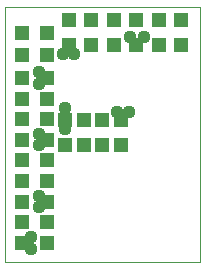
<source format=gts>
G75*
%MOIN*%
%OFA0B0*%
%FSLAX24Y24*%
%IPPOS*%
%LPD*%
%AMOC8*
5,1,8,0,0,1.08239X$1,22.5*
%
%ADD10C,0.0000*%
%ADD11R,0.0512X0.0512*%
%ADD12C,0.0437*%
D10*
X002392Y002517D02*
X002392Y011017D01*
X008892Y011017D01*
X008892Y002517D01*
X002392Y002517D01*
D11*
X002978Y003142D03*
X002978Y003829D03*
X002978Y004517D03*
X002978Y005204D03*
X002978Y005892D03*
X002978Y006579D03*
X002978Y007267D03*
X002978Y007954D03*
X002978Y008642D03*
X002978Y009392D03*
X002978Y010142D03*
X003805Y010142D03*
X003805Y009392D03*
X003805Y008642D03*
X003805Y007954D03*
X003805Y007267D03*
X004392Y007243D03*
X005017Y007243D03*
X005642Y007243D03*
X006267Y007243D03*
X006267Y006416D03*
X005642Y006416D03*
X005017Y006416D03*
X004392Y006416D03*
X003805Y006579D03*
X003805Y005892D03*
X003805Y005204D03*
X003805Y004517D03*
X003805Y003829D03*
X003805Y003142D03*
X004517Y009728D03*
X005267Y009728D03*
X006017Y009728D03*
X006767Y009728D03*
X007517Y009728D03*
X008267Y009728D03*
X008267Y010555D03*
X007517Y010555D03*
X006767Y010555D03*
X006017Y010555D03*
X005267Y010555D03*
X004517Y010555D03*
D12*
X004704Y009454D03*
X004329Y009454D03*
X003517Y008829D03*
X003517Y008454D03*
X004392Y007642D03*
X004392Y006954D03*
X003517Y006767D03*
X003517Y006392D03*
X003517Y004704D03*
X003517Y004329D03*
X003267Y003329D03*
X003267Y002954D03*
X006142Y007517D03*
X006517Y007517D03*
X006579Y010017D03*
X007017Y010017D03*
M02*

</source>
